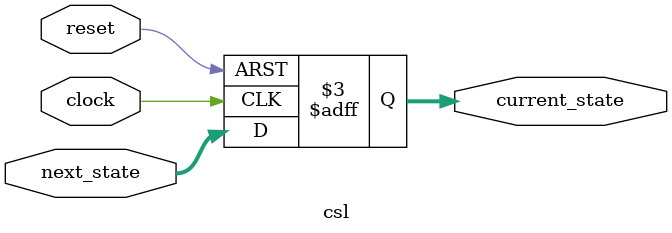
<source format=v>
module csl ( input clock, input reset, input [2:0]next_state, output reg [2:0]current_state );

parameter IDEL  = 3'b000;
parameter LEFT  = 3'b001;
parameter RIGHT  = 3'b010;
parameter LBREAK  = 3'b011;
parameter RBREAK  = 3'b100;
parameter BREAK  = 3'b101;
parameter HAZARD  = 3'b110;

always @ ( posedge clock, negedge reset )
    begin
        if ( reset == 0 ) begin
            current_state <= IDEL;
        end else begin
            current_state <= next_state;
        end
    end
endmodule
</source>
